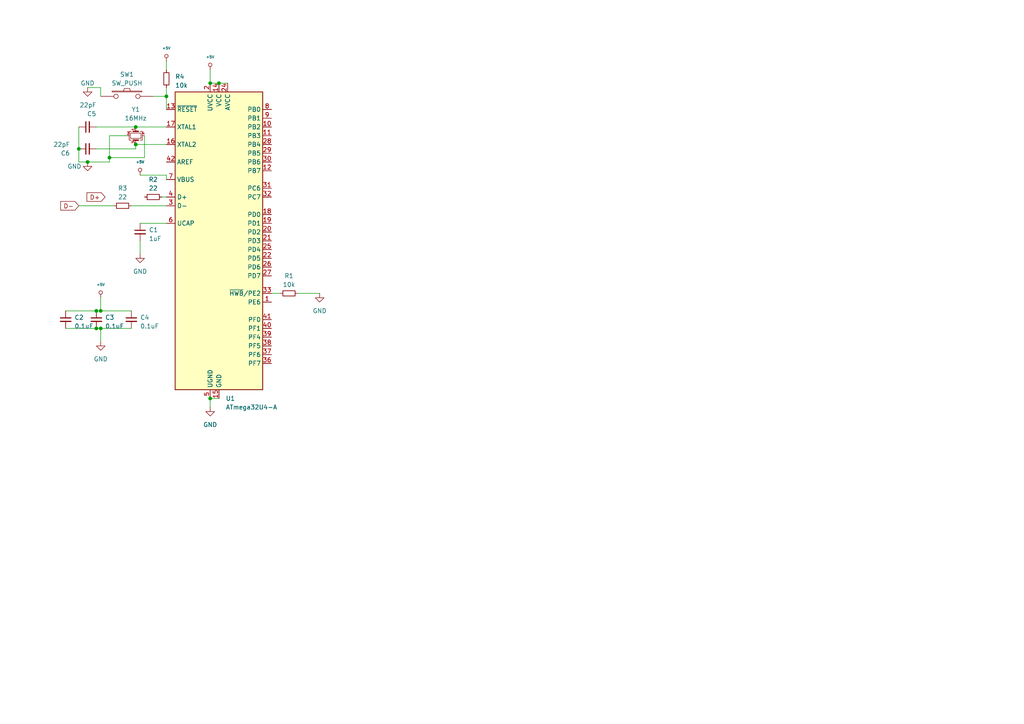
<source format=kicad_sch>
(kicad_sch (version 20230121) (generator eeschema)
  (paper "A4")
  (lib_symbols
    (symbol "Device:C_Small" (pin_numbers hide) (pin_names (offset 0.254) hide)
      (property "Reference" "C" (at 0.254 1.778 0))
      (property "Value" "C_Small" (at 0.254 -2.032 0))
      (symbol "C_Small_0_1"
        (polyline (pts (xy -1.524 -0.508) (xy 1.524 -0.508)) (stroke (width 0.3302)))
        (polyline (pts (xy -1.524 0.508) (xy 1.524 0.508)) (stroke (width 0.3048)))
      )
      (symbol "C_Small_1_1"
        (pin passive line (at 0 2.54 270) (length 2.032) (name "~") (number "1"))
        (pin passive line (at 0 -2.54 90) (length 2.032) (name "~") (number "2"))
      )
    )
    (symbol "Device:Crystal_GND24_Small" (pin_names (offset 1.016) hide)
      (property "Reference" "Y" (at 1.27 4.445 0))
      (property "Value" "Crystal_GND24_Small" (at 1.27 2.54 0))
      (symbol "Crystal_GND24_Small_0_1"
        (rectangle (start -0.762 -1.524) (end 0.762 1.524))
        (polyline (pts (xy -1.27 -0.762) (xy -1.27 0.762)) (stroke (width 0.381)))
        (polyline (pts (xy 1.27 -0.762) (xy 1.27 0.762)) (stroke (width 0.381)))
        (polyline (pts (xy -1.27 -1.27) (xy -1.27 -1.905) (xy 1.27 -1.905) (xy 1.27 -1.27)))
        (polyline (pts (xy -1.27 1.27) (xy -1.27 1.905) (xy 1.27 1.905) (xy 1.27 1.27)))
      )
      (symbol "Crystal_GND24_Small_1_1"
        (pin passive line (at -2.54 0 0) (length 1.27) (name "1") (number "1"))
        (pin passive line (at 0 -2.54 90) (length 0.635) (name "2") (number "2"))
        (pin passive line (at 2.54 0 180) (length 1.27) (name "3") (number "3"))
        (pin passive line (at 0 2.54 270) (length 0.635) (name "4") (number "4"))
      )
    )
    (symbol "Device:R_Small" (pin_numbers hide) (pin_names (offset 0.254) hide)
      (property "Reference" "R" (at 0.762 0.508 0))
      (property "Value" "R_Small" (at 0.762 -1.016 0))
      (symbol "R_Small_0_1"
        (rectangle (start -0.762 1.778) (end 0.762 -1.778) (stroke (width 0.2032)))
      )
      (symbol "R_Small_1_1"
        (pin passive line (at 0 2.54 270) (length 0.762) (name "~") (number "1"))
        (pin passive line (at 0 -2.54 90) (length 0.762) (name "~") (number "2"))
      )
    )
    (symbol "MCU_Microchip_ATmega:ATmega32U4-A"
      (property "Reference" "U" (at -12.7 44.45 0))
      (property "Value" "ATmega32U4-A" (at 2.54 -44.45 0))
      (symbol "ATmega32U4-A_0_1"
        (rectangle (start -12.7 -43.18) (end 12.7 43.18) (stroke (width 0.254)) (fill (type background)))
      )
      (symbol "ATmega32U4-A_1_1"
        (pin bidirectional line (at 15.24 -17.78 180) (length 2.54) (name "PE6") (number "1"))
        (pin bidirectional line (at 15.24 33.02 180) (length 2.54) (name "PB2") (number "10"))
        (pin bidirectional line (at 15.24 30.48 180) (length 2.54) (name "PB3") (number "11"))
        (pin bidirectional line (at 15.24 20.32 180) (length 2.54) (name "PB7") (number "12"))
        (pin input line (at -15.24 38.1 0) (length 2.54) (name "~{RESET}") (number "13"))
        (pin power_in line (at 0 45.72 270) (length 2.54) (name "VCC") (number "14"))
        (pin power_in line (at 0 -45.72 90) (length 2.54) (name "GND") (number "15"))
        (pin output line (at -15.24 27.94 0) (length 2.54) (name "XTAL2") (number "16"))
        (pin input line (at -15.24 33.02 0) (length 2.54) (name "XTAL1") (number "17"))
        (pin bidirectional line (at 15.24 7.62 180) (length 2.54) (name "PD0") (number "18"))
        (pin bidirectional line (at 15.24 5.08 180) (length 2.54) (name "PD1") (number "19"))
        (pin power_in line (at -2.54 45.72 270) (length 2.54) (name "UVCC") (number "2"))
        (pin bidirectional line (at 15.24 2.54 180) (length 2.54) (name "PD2") (number "20"))
        (pin bidirectional line (at 15.24 0 180) (length 2.54) (name "PD3") (number "21"))
        (pin bidirectional line (at 15.24 -5.08 180) (length 2.54) (name "PD5") (number "22"))
        (pin passive line (at 0 -45.72 90) (length 2.54) hide (name "GND") (number "23"))
        (pin power_in line (at 2.54 45.72 270) (length 2.54) (name "AVCC") (number "24"))
        (pin bidirectional line (at 15.24 -2.54 180) (length 2.54) (name "PD4") (number "25"))
        (pin bidirectional line (at 15.24 -7.62 180) (length 2.54) (name "PD6") (number "26"))
        (pin bidirectional line (at 15.24 -10.16 180) (length 2.54) (name "PD7") (number "27"))
        (pin bidirectional line (at 15.24 27.94 180) (length 2.54) (name "PB4") (number "28"))
        (pin bidirectional line (at 15.24 25.4 180) (length 2.54) (name "PB5") (number "29"))
        (pin bidirectional line (at -15.24 10.16 0) (length 2.54) (name "D-") (number "3"))
        (pin bidirectional line (at 15.24 22.86 180) (length 2.54) (name "PB6") (number "30"))
        (pin bidirectional line (at 15.24 15.24 180) (length 2.54) (name "PC6") (number "31"))
        (pin bidirectional line (at 15.24 12.7 180) (length 2.54) (name "PC7") (number "32"))
        (pin bidirectional line (at 15.24 -15.24 180) (length 2.54) (name "~{HWB}/PE2") (number "33"))
        (pin passive line (at 0 45.72 270) (length 2.54) hide (name "VCC") (number "34"))
        (pin passive line (at 0 -45.72 90) (length 2.54) hide (name "GND") (number "35"))
        (pin bidirectional line (at 15.24 -35.56 180) (length 2.54) (name "PF7") (number "36"))
        (pin bidirectional line (at 15.24 -33.02 180) (length 2.54) (name "PF6") (number "37"))
        (pin bidirectional line (at 15.24 -30.48 180) (length 2.54) (name "PF5") (number "38"))
        (pin bidirectional line (at 15.24 -27.94 180) (length 2.54) (name "PF4") (number "39"))
        (pin bidirectional line (at -15.24 12.7 0) (length 2.54) (name "D+") (number "4"))
        (pin bidirectional line (at 15.24 -25.4 180) (length 2.54) (name "PF1") (number "40"))
        (pin bidirectional line (at 15.24 -22.86 180) (length 2.54) (name "PF0") (number "41"))
        (pin passive line (at -15.24 22.86 0) (length 2.54) (name "AREF") (number "42"))
        (pin passive line (at 0 -45.72 90) (length 2.54) hide (name "GND") (number "43"))
        (pin passive line (at 2.54 45.72 270) (length 2.54) hide (name "AVCC") (number "44"))
        (pin passive line (at -2.54 -45.72 90) (length 2.54) (name "UGND") (number "5"))
        (pin passive line (at -15.24 5.08 0) (length 2.54) (name "UCAP") (number "6"))
        (pin input line (at -15.24 17.78 0) (length 2.54) (name "VBUS") (number "7"))
        (pin bidirectional line (at 15.24 38.1 180) (length 2.54) (name "PB0") (number "8"))
        (pin bidirectional line (at 15.24 35.56 180) (length 2.54) (name "PB1") (number "9"))
      )
    )
    (symbol "keyboard_parts:+5V" (power) (pin_names (offset 0))
      (property "Value" "+5V" (at 0 2.794 0))
      (symbol "+5V_0_0"
        (pin power_in line (at 0 0 90) (length 0) hide (name "+5V") (number "1"))
      )
      (symbol "+5V_0_1"
        (polyline (pts (xy 0 0) (xy 0 1.016) (xy 0 1.016)))
        (circle (center 0 1.524) (radius 0.508))
      )
    )
    (symbol "keyboard_parts:SW_PUSH" (pin_numbers hide) (pin_names (offset 1.016) hide)
      (property "Reference" "SW" (at 3.81 2.794 0))
      (property "Value" "SW_PUSH" (at 0 -2.032 0))
      (symbol "SW_PUSH_0_1"
        (rectangle (start -4.318 1.27) (end 4.318 1.524))
        (polyline (pts (xy -1.016 1.524) (xy -0.762 2.286) (xy 0.762 2.286) (xy 1.016 1.524)))
        (pin passive inverted (at -7.62 0 0) (length 5.08) (name "1") (number "1"))
        (pin passive inverted (at 7.62 0 180) (length 5.08) (name "2") (number "2"))
      )
    )
    (symbol "power:GND" (power) (pin_names (offset 0))
      (property "Value" "GND" (at 0 -3.81 0))
      (symbol "GND_0_1"
        (polyline (pts (xy 0 0) (xy 0 -1.27) (xy 1.27 -1.27) (xy 0 -2.54) (xy -1.27 -1.27) (xy 0 -1.27)))
      )
      (symbol "GND_1_1"
        (pin power_in line (at 0 0 270) (length 0) hide (name "GND") (number "1"))
      )
    )
  )
  (junction (at 48.26 27.94))
  (junction (at 39.37 41.91))
  (junction (at 27.94 90.17))
  (junction (at 39.37 36.83))
  (junction (at 29.21 90.17))
  (junction (at 60.96 24.13))
  (junction (at 27.94 95.25))
  (junction (at 22.86 43.18))
  (junction (at 25.4 46.99))
  (junction (at 31.75 45.72))
  (junction (at 63.5 24.13))
  (junction (at 60.96 115.57))
  (junction (at 29.21 95.25))
  (wire (pts (xy 40.64 64.77) (xy 48.26 64.77)))
  (wire (pts (xy 41.91 39.37) (xy 41.91 45.72)))
  (wire (pts (xy 22.86 36.83) (xy 22.86 43.18)))
  (wire (pts (xy 60.96 20.32) (xy 60.96 24.13)))
  (wire (pts (xy 19.05 90.17) (xy 27.94 90.17)))
  (wire (pts (xy 60.96 24.13) (xy 63.5 24.13)))
  (wire (pts (xy 22.86 59.69) (xy 33.02 59.69)))
  (wire (pts (xy 38.1 59.69) (xy 48.26 59.69)))
  (wire (pts (xy 40.64 50.8) (xy 48.26 50.8)))
  (wire (pts (xy 41.91 45.72) (xy 31.75 45.72)))
  (wire (pts (xy 29.21 86.36) (xy 29.21 90.17)))
  (wire (pts (xy 31.75 39.37) (xy 31.75 45.72)))
  (wire (pts (xy 60.96 115.57) (xy 60.96 118.11)))
  (wire (pts (xy 78.74 85.09) (xy 81.28 85.09)))
  (wire (pts (xy 39.37 36.83) (xy 48.26 36.83)))
  (wire (pts (xy 22.86 46.99) (xy 25.4 46.99)))
  (wire (pts (xy 25.4 25.4) (xy 29.21 25.4)))
  (wire (pts (xy 63.5 24.13) (xy 66.04 24.13)))
  (wire (pts (xy 44.45 27.94) (xy 48.26 27.94)))
  (wire (pts (xy 46.99 57.15) (xy 48.26 57.15)))
  (wire (pts (xy 40.64 69.85) (xy 40.64 73.66)))
  (wire (pts (xy 22.86 43.18) (xy 22.86 46.99)))
  (wire (pts (xy 29.21 95.25) (xy 29.21 99.06)))
  (wire (pts (xy 39.37 41.91) (xy 39.37 43.18)))
  (wire (pts (xy 48.26 50.8) (xy 48.26 52.07)))
  (wire (pts (xy 27.94 43.18) (xy 39.37 43.18)))
  (wire (pts (xy 48.26 27.94) (xy 48.26 31.75)))
  (wire (pts (xy 48.26 17.78) (xy 48.26 20.32)))
  (wire (pts (xy 29.21 95.25) (xy 38.1 95.25)))
  (wire (pts (xy 48.26 25.4) (xy 48.26 27.94)))
  (wire (pts (xy 29.21 27.94) (xy 29.21 25.4)))
  (wire (pts (xy 39.37 41.91) (xy 48.26 41.91)))
  (wire (pts (xy 86.36 85.09) (xy 92.71 85.09)))
  (wire (pts (xy 19.05 95.25) (xy 27.94 95.25)))
  (wire (pts (xy 60.96 115.57) (xy 63.5 115.57)))
  (wire (pts (xy 27.94 36.83) (xy 39.37 36.83)))
  (wire (pts (xy 27.94 90.17) (xy 29.21 90.17)))
  (wire (pts (xy 36.83 39.37) (xy 31.75 39.37)))
  (wire (pts (xy 31.75 45.72) (xy 31.75 46.99)))
  (wire (pts (xy 29.21 90.17) (xy 38.1 90.17)))
  (wire (pts (xy 31.75 46.99) (xy 25.4 46.99)))
  (wire (pts (xy 27.94 95.25) (xy 29.21 95.25)))
  (global_label "D-" (shape input) (at 22.86 59.69 180) (property "Intersheetrefs" "${INTERSHEET_REFS}" (effects hide)))
  (global_label "D+" (shape input) (at 30.48 57.15 180) (property "Intersheetrefs" "${INTERSHEET_REFS}" (effects hide)))
  (symbol (lib_id "Device:C_Small") (at 27.94 92.71 0) (unit 1)
    (property "Reference" "C3" (at 30.48 92.0813 0) (effects (justify left)))
    (property "Value" "0.1uF" (at 30.48 94.6213 0) (effects (justify left)))
  )
  (symbol (lib_id "MCU_Microchip_ATmega:ATmega32U4-A") (at 63.5 69.85 0) (unit 1)
    (property "Reference" "U1" (at 65.4559 115.57 0) (effects (justify left)))
    (property "Value" "ATmega32U4-A" (at 65.4559 118.11 0) (effects (justify left)))
    (property "Footprint" "Package_QFP:TQFP-44_10x10mm_P0.8mm" (effects hide))
    (property "Datasheet" "http://ww1.microchip.com/downloads/en/DeviceDoc/Atmel-7766-8-bit-AVR-ATmega16U4-32U4_Datasheet.pdf" (effects hide))
  )
  (symbol (lib_id "Device:C_Small") (at 25.4 43.18 90) (unit 1)
    (property "Reference" "C6" (at 20.32 44.45 90) (effects (justify left)))
    (property "Value" "22pF" (at 20.32 41.91 90) (effects (justify left)))
  )
  (symbol (lib_id "power:GND") (at 40.64 73.66 0) (unit 1)
    (property "Reference" "#PWR06" (effects hide))
    (property "Value" "GND" (at 40.64 78.74 0))
  )
  (symbol (lib_id "Device:C_Small") (at 25.4 36.83 90) (unit 1)
    (property "Reference" "C5" (at 27.94 33.02 90) (effects (justify left)))
    (property "Value" "22pF" (at 27.94 30.48 90) (effects (justify left)))
  )
  (symbol (lib_id "Device:Crystal_GND24_Small") (at 39.37 39.37 270) (unit 1)
    (property "Reference" "Y1" (at 39.37 31.75 90))
    (property "Value" "16MHz" (at 39.37 34.29 90))
  )
  (symbol (lib_id "power:GND") (at 25.4 46.99 0) (unit 1)
    (property "Reference" "#PWR010" (effects hide))
    (property "Value" "GND" (at 21.59 48.26 0))
  )
  (symbol (lib_id "Device:C_Small") (at 38.1 92.71 0) (unit 1)
    (property "Reference" "C4" (at 40.64 92.0813 0) (effects (justify left)))
    (property "Value" "0.1uF" (at 40.64 94.6213 0) (effects (justify left)))
  )
  (symbol (lib_id "power:GND") (at 29.21 99.06 0) (unit 1)
    (property "Reference" "#PWR09" (effects hide))
    (property "Value" "GND" (at 29.21 104.14 0))
  )
  (symbol (lib_id "power:GND") (at 60.96 118.11 0) (unit 1)
    (property "Reference" "#PWR02" (effects hide))
    (property "Value" "GND" (at 60.96 123.19 0))
  )
  (symbol (lib_id "power:GND") (at 92.71 85.09 0) (unit 1)
    (property "Reference" "#PWR03" (effects hide))
    (property "Value" "GND" (at 92.71 90.17 0))
  )
  (symbol (lib_id "keyboard_parts:SW_PUSH") (at 36.83 27.94 0) (unit 1)
    (property "Reference" "SW1" (at 36.83 21.59 0))
    (property "Value" "SW_PUSH" (at 36.83 24.13 0))
  )
  (symbol (lib_id "Device:C_Small") (at 40.64 67.31 0) (unit 1)
    (property "Reference" "C1" (at 43.18 66.6813 0) (effects (justify left)))
    (property "Value" "1uF" (at 43.18 69.2213 0) (effects (justify left)))
  )
  (symbol (lib_id "power:GND") (at 25.4 25.4 0) (unit 1)
    (property "Reference" "#PWR011" (effects hide))
    (property "Value" "GND" (at 25.4 24.13 0))
  )
  (symbol (lib_id "keyboard_parts:+5V") (at 40.64 50.8 0) (unit 1)
    (property "Reference" "#PWR07" (effects hide))
    (property "Value" "+5V" (at 40.64 46.99 0) (effects (font (size 0.762 0.762))))
  )
  (symbol (lib_id "Device:C_Small") (at 19.05 92.71 0) (unit 1)
    (property "Reference" "C2" (at 21.59 92.0813 0) (effects (justify left)))
    (property "Value" "0.1uF" (at 21.59 94.6213 0) (effects (justify left)))
  )
  (symbol (lib_id "Device:R_Small") (at 83.82 85.09 270) (unit 1)
    (property "Reference" "R1" (at 83.82 80.01 90))
    (property "Value" "10k" (at 83.82 82.55 90))
  )
  (symbol (lib_id "keyboard_parts:+5V") (at 60.96 20.32 0) (unit 1)
    (property "Reference" "#PWR01" (effects hide))
    (property "Value" "+5V" (at 60.96 16.51 0) (effects (font (size 0.762 0.762))))
  )
  (symbol (lib_id "keyboard_parts:+5V") (at 48.26 17.78 0) (unit 1)
    (property "Reference" "#PWR012" (effects hide))
    (property "Value" "+5V" (at 48.26 13.97 0) (effects (font (size 0.762 0.762))))
  )
  (symbol (lib_id "Device:R_Small") (at 35.56 59.69 90) (unit 1)
    (property "Reference" "R3" (at 35.56 54.61 90))
    (property "Value" "22" (at 35.56 57.15 90))
  )
  (symbol (lib_id "keyboard_parts:+5V") (at 29.21 86.36 0) (unit 1)
    (property "Reference" "#PWR08" (effects hide))
    (property "Value" "+5V" (at 29.21 82.55 0) (effects (font (size 0.762 0.762))))
  )
  (symbol (lib_id "Device:R_Small") (at 48.26 22.86 0) (unit 1)
    (property "Reference" "R4" (at 50.8 22.225 0) (effects (justify left)))
    (property "Value" "10k" (at 50.8 24.765 0) (effects (justify left)))
  )
  (symbol (lib_id "Device:R_Small") (at 44.45 57.15 270) (unit 1)
    (property "Reference" "R2" (at 44.45 52.07 90))
    (property "Value" "22" (at 44.45 54.61 90))
  )
)
</source>
